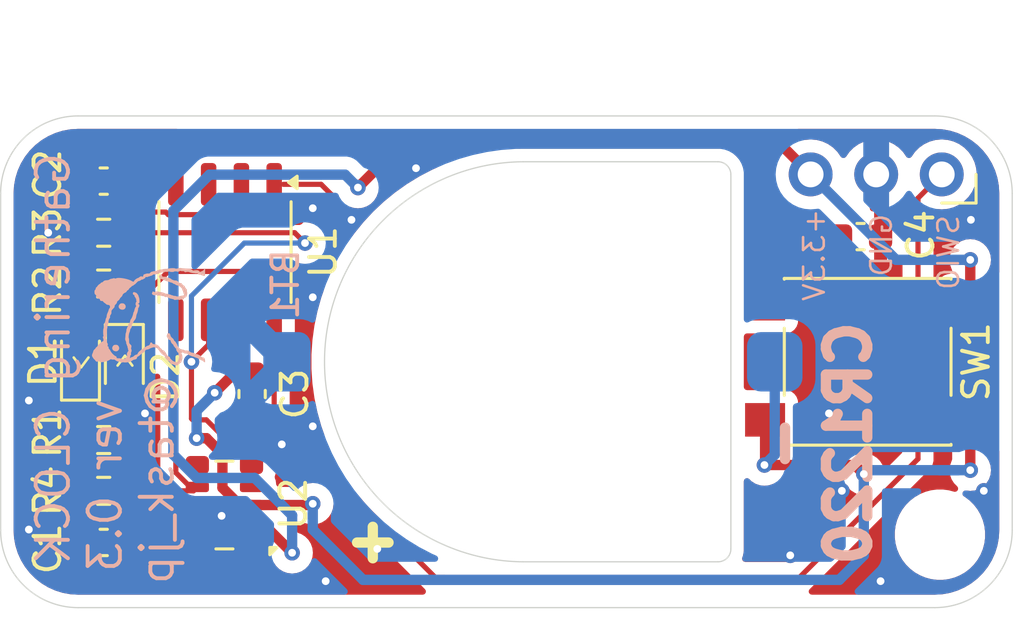
<source format=kicad_pcb>
(kicad_pcb (version 20240108) (generator "pcbnew") (generator_version "8.0")
  (layers (0 "F.Cu" signal) (31 "B.Cu" signal) (36 "B.SilkS" user "B.Silkscreen") (37 "F.SilkS" user "F.Silkscreen") (38 "B.Mask" user) (39 "F.Mask" user) (44 "Edge.Cuts" user))
  (net 0 "")
  (net 1 "GND")
  (net 2 "Net-(D1-A)")
  (net 3 "Net-(D2-A)")
  (net 4 "Net-(D1-K)")
  (net 5 "Net-(D2-K)")
  (net 6 "Net-(J1-Pin_1)")
  (net 8 "Net-(U1-PC2)")
  (net 9 "Net-(U1-PC1)")
  (net 15 "+3.3V")
  (net 16 "+BATT")
  (footprint "Package_SON:EPSON_CE-USON-10_USON-10_3.2x2.5mm_P0.7mm" (layer "F.Cu") (at 24.0775 30.55 180)
    (property "Reference" "U2" (at -2.6725 0.05 90) (layer "F.SilkS"))
    (property "Value" "RX8900CE")
    (pad "1" smd roundrect (at -1.05 -1.55 180) (size 0.9 0.7) (layers "F.Cu" "F.Paste" "F.Mask"))
    (pad "2" smd roundrect (at -1.05 -0.7 180) (size 0.9 0.4) (layers "F.Cu" "F.Paste" "F.Mask") (net 15 "+3.3V"))
    (pad "3" smd roundrect (at -1.05 0 180) (size 0.9 0.4) (layers "F.Cu" "F.Paste" "F.Mask") (net 16 "+BATT"))
    (pad "4" smd roundrect (at -1.05 0.7 180) (size 0.9 0.4) (layers "F.Cu" "F.Paste" "F.Mask"))
    (pad "5" smd roundrect (at -1.05 1.55 180) (size 0.9 0.7) (layers "F.Cu" "F.Paste" "F.Mask") (net 8 "Net-(U1-PC2)"))
    (pad "6" smd roundrect (at 1.05 1.55 180) (size 0.9 0.7) (layers "F.Cu" "F.Paste" "F.Mask"))
    (pad "7" smd roundrect (at 1.05 0.7 180) (size 0.9 0.4) (layers "F.Cu" "F.Paste" "F.Mask") (net 9 "Net-(U1-PC1)"))
    (pad "8" smd roundrect (at 1.05 0 180) (size 0.9 0.4) (layers "F.Cu" "F.Paste" "F.Mask"))
    (pad "9" smd roundrect (at 1.05 -0.7 180) (size 0.9 0.4) (layers "F.Cu" "F.Paste" "F.Mask") (net 1 "GND"))
    (pad "10" smd roundrect (at 1.05 -1.55 180) (size 0.9 0.7) (layers "F.Cu" "F.Paste" "F.Mask"))
  )
  (footprint "Resistor_SMD:R_0603_1608Metric" (layer "F.Cu") (at 19.4 21.968)
    (property "Reference" "R2" (at -2.175 0.282 90) (layer "F.SilkS"))
    (property "Value" "R")
    (pad "1" smd roundrect (at -0.825 0) (size 0.8 0.95) (layers "F.Cu" "F.Paste" "F.Mask") (net 1 "GND"))
    (pad "2" smd roundrect (at 0.825 0) (size 0.8 0.95) (layers "F.Cu" "F.Paste" "F.Mask") (net 5 "Net-(D2-K)"))
  )
  (footprint "Resistor_SMD:R_0603_1608Metric" (layer "F.Cu") (at 19.4 20)
    (property "Reference" "R3" (at -2.175 0 90) (layer "F.SilkS"))
    (property "Value" "R")
    (pad "1" smd roundrect (at -0.825 0) (size 0.8 0.95) (layers "F.Cu" "F.Paste" "F.Mask") (net 15 "+3.3V"))
    (pad "2" smd roundrect (at 0.825 0) (size 0.8 0.95) (layers "F.Cu" "F.Paste" "F.Mask") (net 8 "Net-(U1-PC2)"))
  )
  (footprint "Connector_PinSocket_2.54mm:PinSocket_1x03_P2.54mm_Horizontal" (layer "F.Cu") (at 51.87 17.74 -90)
    (property "Reference" "J1" (hide yes))
    (property "Value" "Conn_01x03" (hide yes))
    (pad "1" thru_hole oval (at 0 0 270) (size 1.7 1.7) (drill 1) (layers "*.Cu" "*.Mask") (net 6 "Net-(J1-Pin_1)"))
    (pad "2" thru_hole oval (at 0 2.54 270) (size 1.7 1.7) (drill 1) (layers "*.Cu" "*.Mask") (net 1 "GND"))
    (pad "3" thru_hole oval (at 0 5.08 270) (size 1.7 1.7) (drill 1) (layers "*.Cu" "*.Mask") (net 15 "+3.3V"))
  )
  (footprint "LED_SMD:LED_0603_1608Metric" (layer "F.Cu") (at 20.2 25.04 -90)
    (property "Reference" "D2" (at 0.56 -1.6 90) (layer "F.SilkS"))
    (property "Value" "LED(R)")
    (pad "1" smd roundrect (at -0.7875 0 270) (size 0.875 0.95) (layers "F.Cu" "F.Paste" "F.Mask") (net 5 "Net-(D2-K)"))
    (pad "2" smd roundrect (at 0.7875 0 270) (size 0.875 0.95) (layers "F.Cu" "F.Paste" "F.Mask") (net 3 "Net-(D2-A)"))
  )
  (footprint "Button_Switch_SMD:SW_Push_1P1T_NO_6x6mm_H9.5mm" (layer "F.Cu") (at 49 25)
    (property "Reference" "SW1" (at 4.2 0 90) (layer "F.SilkS"))
    (property "Value" "SW_Push")
    (pad "1" smd rect (at -3.975 -2.25) (size 1.55 1.3) (layers "F.Cu" "F.Paste" "F.Mask") (net 15 "+3.3V"))
    (pad "1" smd rect (at 3.975 -2.25) (size 1.55 1.3) (layers "F.Cu" "F.Paste" "F.Mask") (net 15 "+3.3V"))
    (pad "2" smd rect (at -3.975 2.25) (size 1.55 1.3) (layers "F.Cu" "F.Paste" "F.Mask") (net 16 "+BATT"))
    (pad "2" smd rect (at 3.975 2.25) (size 1.55 1.3) (layers "F.Cu" "F.Paste" "F.Mask") (net 16 "+BATT"))
  )
  (footprint "Capacitor_SMD:C_0603_1608Metric" (layer "F.Cu") (at 19.4 32 180)
    (property "Reference" "C1" (at 2.175 -0.25 -90) (layer "F.SilkS"))
    (property "Value" "C")
    (pad "1" smd roundrect (at -0.775 0 180) (size 0.9 0.95) (layers "F.Cu" "F.Paste" "F.Mask") (net 1 "GND"))
    (pad "2" smd roundrect (at 0.775 0 180) (size 0.9 0.95) (layers "F.Cu" "F.Paste" "F.Mask") (net 15 "+3.3V"))
  )
  (footprint "Resistor_SMD:R_0603_1608Metric" (layer "F.Cu") (at 19.4 30)
    (property "Reference" "R4" (at -2.175 0 90) (layer "F.SilkS"))
    (property "Value" "R")
    (pad "1" smd roundrect (at -0.825 0) (size 0.8 0.95) (layers "F.Cu" "F.Paste" "F.Mask") (net 15 "+3.3V"))
    (pad "2" smd roundrect (at 0.825 0) (size 0.8 0.95) (layers "F.Cu" "F.Paste" "F.Mask") (net 9 "Net-(U1-PC1)"))
  )
  (footprint "LED_SMD:LED_0603_1608Metric" (layer "F.Cu") (at 18.5 25 90)
    (property "Reference" "D1" (at 0 -1.452 90) (layer "F.SilkS"))
    (property "Value" "LED(G)")
    (pad "1" smd roundrect (at -0.7875 0 90) (size 0.875 0.95) (layers "F.Cu" "F.Paste" "F.Mask") (net 4 "Net-(D1-K)"))
    (pad "2" smd roundrect (at 0.7875 0 90) (size 0.875 0.95) (layers "F.Cu" "F.Paste" "F.Mask") (net 2 "Net-(D1-A)"))
  )
  (footprint "Resistor_SMD:R_0603_1608Metric" (layer "F.Cu") (at 19.4 28.032 180)
    (property "Reference" "R1" (at 2.175 0.282 -90) (layer "F.SilkS"))
    (property "Value" "R")
    (pad "1" smd roundrect (at -0.825 0 180) (size 0.8 0.95) (layers "F.Cu" "F.Paste" "F.Mask") (net 1 "GND"))
    (pad "2" smd roundrect (at 0.825 0 180) (size 0.8 0.95) (layers "F.Cu" "F.Paste" "F.Mask") (net 4 "Net-(D1-K)"))
  )
  (footprint "Capacitor_SMD:C_0603_1608Metric" (layer "F.Cu") (at 48.725 20.15)
    (property "Reference" "C4" (at 2.329 -0.05 90) (layer "F.SilkS"))
    (property "Value" "C")
    (pad "1" smd roundrect (at -0.775 0) (size 0.9 0.95) (layers "F.Cu" "F.Paste" "F.Mask") (net 15 "+3.3V"))
    (pad "2" smd roundrect (at 0.775 0) (size 0.9 0.95) (layers "F.Cu" "F.Paste" "F.Mask") (net 1 "GND"))
  )
  (footprint "Capacitor_SMD:C_0603_1608Metric" (layer "F.Cu") (at 25.15 26.25 90)
    (property "Reference" "C3" (at 0 1.65 -90) (layer "F.SilkS"))
    (property "Value" "C")
    (pad "1" smd roundrect (at -0.775 0 90) (size 0.9 0.95) (layers "F.Cu" "F.Paste" "F.Mask") (net 1 "GND"))
    (pad "2" smd roundrect (at 0.775 0 90) (size 0.9 0.95) (layers "F.Cu" "F.Paste" "F.Mask") (net 16 "+BATT"))
  )
  (footprint "Package_SO:SOP-8_3.9x4.9mm_P1.27mm" (layer "F.Cu") (at 24.1 20.75 -90)
    (property "Reference" "U1" (at 0 -3.8 90) (layer "F.SilkS"))
    (property "Value" "CH32V003JxMx")
    (pad "1" smd roundrect (at -2.625 -1.905 270) (size 1.65 0.6) (layers "F.Cu" "F.Paste" "F.Mask") (net 3 "Net-(D2-A)"))
    (pad "2" smd roundrect (at -2.625 -0.635 270) (size 1.65 0.6) (layers "F.Cu" "F.Paste" "F.Mask") (net 1 "GND"))
    (pad "3" smd roundrect (at -2.625 0.635 270) (size 1.65 0.6) (layers "F.Cu" "F.Paste" "F.Mask") (net 2 "Net-(D1-A)"))
    (pad "4" smd roundrect (at -2.625 1.905 270) (size 1.65 0.6) (layers "F.Cu" "F.Paste" "F.Mask") (net 15 "+3.3V"))
    (pad "5" smd roundrect (at 2.625 1.905 270) (size 1.65 0.6) (layers "F.Cu" "F.Paste" "F.Mask") (net 9 "Net-(U1-PC1)"))
    (pad "6" smd roundrect (at 2.625 0.635 270) (size 1.65 0.6) (layers "F.Cu" "F.Paste" "F.Mask") (net 8 "Net-(U1-PC2)"))
    (pad "7" smd roundrect (at 2.625 -0.635 270) (size 1.65 0.6) (layers "F.Cu" "F.Paste" "F.Mask"))
    (pad "8" smd roundrect (at 2.625 -1.905 270) (size 1.65 0.6) (layers "F.Cu" "F.Paste" "F.Mask") (net 6 "Net-(J1-Pin_1)"))
  )
  (footprint "Capacitor_SMD:C_0603_1608Metric" (layer "F.Cu") (at 19.4 18)
    (property "Reference" "C2" (at -2.175 -0.25 90) (layer "F.SilkS"))
    (property "Value" "C")
    (pad "1" smd roundrect (at -0.775 0) (size 0.9 0.95) (layers "F.Cu" "F.Paste" "F.Mask") (net 1 "GND"))
    (pad "2" smd roundrect (at 0.775 0) (size 0.9 0.95) (layers "F.Cu" "F.Paste" "F.Mask") (net 15 "+3.3V"))
  )
  (footprint "ch32v003j4m6-rx8900:CH291-1220LF" (layer "B.Cu") (at 35.95 25 90)
    (property "Reference" "BT1" (at 3 -9.51 90) (layer "B.SilkS") (effects (justify mirror)))
    (property "Value" "Battery_Cell")
    (pad "1" smd roundrect (at 0 9.45 90) (size 2.3 2.15) (layers "B.Cu" "B.Paste" "B.Mask") (net 16 "+BATT"))
    (pad "2" smd roundrect (at 0 -9.45 90) (size 2.3 1.83) (layers "B.Cu" "B.Paste" "B.Mask") (net 1 "GND"))
  )
  (footprint "MountingHole:MountingHole_3mm" (layer "B.Cu") (at 51.8 31.7 180)
    (property "Reference" "H1" (hide yes))
    (property "Value" "MountingHole")
    (pad "" np_thru_hole circle (at 0 0 180) (size 3 3) (drill 3) (layers "*.Cu" "*.Mask"))
  )
  (footprint "ch32v003j4m6-rx8900:task_jp" (layer "B.Cu") (at 20.828 23.622 -90)
    (property "Reference" "G***" (hide yes))
    (property "Value" "LOGO" (hide yes))
  )
  (gr_arc (start 35.65 32.75) (mid 27.949839 25) (end 35.65 17.25) (stroke (width 0.05)) (layer "Edge.Cuts"))
  (gr_line (start 54.6 18.475) (end 54.6 31.525) (stroke (width 0.05)) (layer "Edge.Cuts"))
  (gr_line (start 51.6 34.525) (end 18.407 34.525) (stroke (width 0.05)) (layer "Edge.Cuts"))
  (gr_arc (start 51.6 15.475) (mid 53.72132 16.35368) (end 54.6 18.475) (stroke (width 0.05)) (layer "Edge.Cuts"))
  (gr_line (start 43.7 17.75) (end 43.7 32.25) (stroke (width 0.05)) (layer "Edge.Cuts"))
  (gr_arc (start 18.407 34.525) (mid 16.28568 33.64632) (end 15.407 31.525) (stroke (width 0.05)) (layer "Edge.Cuts"))
  (gr_line (start 15.407 31.525) (end 15.407 18.475) (stroke (width 0.05)) (layer "Edge.Cuts"))
  (gr_line (start 18.407 15.475) (end 51.6 15.475) (stroke (width 0.05)) (layer "Edge.Cuts"))
  (gr_arc (start 15.407 18.475) (mid 16.28568 16.35368) (end 18.407 15.475) (stroke (width 0.05)) (layer "Edge.Cuts"))
  (gr_arc (start 54.6 31.525) (mid 53.72132 33.64632) (end 51.6 34.525) (stroke (width 0.05)) (layer "Edge.Cuts"))
  (gr_line (start 35.65 17.25) (end 43.2 17.25) (stroke (width 0.05)) (layer "Edge.Cuts"))
  (gr_line (start 43.2 32.75) (end 35.65 32.75) (stroke (width 0.05)) (layer "Edge.Cuts"))
  (gr_arc (start 43.7 32.25) (mid 43.553553 32.603553) (end 43.2 32.75) (stroke (width 0.05)) (layer "Edge.Cuts"))
  (gr_arc (start 43.2 17.25) (mid 43.553553 17.396447) (end 43.7 17.75) (stroke (width 0.05)) (layer "Edge.Cuts"))
  (gr_text "Gathering CLOCK\n          ver 0.3\n         @task_jp" (at 22.2 16.8 90) (layer "B.SilkS") (effects (font (size 1.25 1.25)) (justify left bottom mirror)))
  (gr_text "SWIO" (at 52.6 19.25 90) (layer "B.SilkS") (effects (font (size 0.8 0.8) (thickness 0.1)) (justify left bottom mirror)))
  (gr_text "GND" (at 50 19.2 90) (layer "B.SilkS") (effects (font (size 0.8 0.8) (thickness 0.1)) (justify left bottom mirror)))
  (gr_text "   -\nCR1220\n" (at 49.2 23.25 90) (layer "B.SilkS") (effects (font (size 1.6 1.6) (thickness 0.4) (bold yes)) (justify left bottom mirror)))
  (gr_text "+3.3V" (at 47.4 19 90) (layer "B.SilkS") (effects (font (size 0.8 0.8) (thickness 0.1)) (justify left bottom mirror)))
  (gr_text "<" (at 20.3 24.580952 -90) (layer "F.SilkS") (effects (font (size 1 0.5) (thickness 0.1)) (justify left)))
  (gr_text "+" (at 29 30.75 270) (layer "F.SilkS") (effects (font (size 1.6 1.6) (thickness 0.4) (bold yes)) (justify left bottom)))
  (gr_text "<" (at 18.448 25.4 90) (layer "F.SilkS") (effects (font (size 1 0.5) (thickness 0.1)) (justify left)))
  (segment (start 18.625 21.7) (end 18.575 21.75) (width 0.4) (layer "F.Cu") (net 1))
  (segment (start 26.3 28.2) (end 26.3 28.175) (width 0.4) (layer "F.Cu") (net 1))
  (segment (start 26.3 28.175) (end 25.15 27.025) (width 0.4) (layer "F.Cu") (net 1))
  (segment (start 20.175 32) (end 19.425 31.25) (width 0.4) (layer "F.Cu") (net 1))
  (segment (start 17.25 19.25) (end 17.25 20) (width 0.4) (layer "F.Cu") (net 1))
  (segment (start 18.625 18) (end 18.5 18) (width 0.4) (layer "F.Cu") (net 1))
  (segment (start 24.735 18.125) (end 24.735 18.589999) (width 0.4) (layer "F.Cu") (net 1))
  (segment (start 24.735 18.589999) (end 25.645001 19.5) (width 0.4) (layer "F.Cu") (net 1))
  (segment (start 49.5 17.91) (end 49.33 17.74) (width 0.4) (layer "F.Cu") (net 1))
  (segment (start 49.5 20.15) (end 49.5 17.91) (width 0.4) (layer "F.Cu") (net 1))
  (segment (start 23.75 31.25) (end 24 31) (width 0.4) (layer "F.Cu") (net 1))
  (segment (start 26.95 19.5) (end 27.4 19.05) (width 0.4) (layer "F.Cu") (net 1))
  (segment (start 23.0275 31.25) (end 23.75 31.25) (width 0.4) (layer "F.Cu") (net 1))
  (segment (start 18.625 21.95) (end 18.575 22) (width 0.4) (layer "F.Cu") (net 1))
  (segment (start 23.0275 31.25) (end 20.925 31.25) (width 0.4) (layer "F.Cu") (net 1))
  (segment (start 20.225 27.775) (end 21 27) (width 0.4) (layer "F.Cu") (net 1))
  (segment (start 17.25 20) (end 17.25 20.643) (width 0.4) (layer "F.Cu") (net 1))
  (segment (start 20.225 28.032) (end 20.225 27.775) (width 0.4) (layer "F.Cu") (net 1))
  (segment (start 25.645001 19.5) (end 26.95 19.5) (width 0.4) (layer "F.Cu") (net 1))
  (segment (start 17.25 20.643) (end 18.575 21.968) (width 0.4) (layer "F.Cu") (net 1))
  (segment (start 20.175 32) (end 20.175 31.915) (width 0.4) (layer "F.Cu") (net 1))
  (segment (start 24 31) (end 23.968775 30.968775) (width 0.4) (layer "F.Cu") (net 1))
  (segment (start 18.5 18) (end 17.25 19.25) (width 0.4) (layer "F.Cu") (net 1))
  (segment (start 27.4 19.05) (end 27.5 19.05) (width 0.4) (layer "F.Cu") (net 1))
  (segment (start 20.925 31.25) (end 20.175 32) (width 0.4) (layer "F.Cu") (net 1))
  (segment (start 19.425 28.832) (end 20.225 28.032) (width 0.4) (layer "F.Cu") (net 1))
  (segment (start 19.425 31.25) (end 19.425 28.832) (width 0.4) (layer "F.Cu") (net 1))
  (via (at 21 27) (size 0.6) (drill 0.3) (layers "F.Cu" "B.Cu") (net 1))
  (via (at 49.5 33.5) (size 0.6) (drill 0.3) (layers "F.Cu" "B.Cu") (net 1))
  (via (at 46 32.5) (size 0.6) (drill 0.3) (layers "F.Cu" "B.Cu") (net 1))
  (via (at 53 19.5) (size 0.6) (drill 0.3) (layers "F.Cu" "B.Cu") (net 1))
  (via (at 27.5 27.5) (size 0.6) (drill 0.3) (layers "F.Cu" "B.Cu") (net 1))
  (via (at 53.5 30) (size 0.6) (drill 0.3) (layers "F.Cu" "B.Cu") (net 1))
  (via (at 27.5 22.5) (size 0.6) (drill 0.3) (layers "F.Cu" "B.Cu") (net 1))
  (via (at 48 30) (size 0.6) (drill 0.3) (layers "F.Cu" "B.Cu") (net 1))
  (via (at 30 32.25) (size 0.6) (drill 0.3) (layers "F.Cu" "B.Cu") (net 1))
  (via (at 31.5 17.5) (size 0.6) (drill 0.3) (layers "F.Cu" "B.Cu") (net 1))
  (via (at 26.3 28.2) (size 0.6) (drill 0.3) (layers "F.Cu" "B.Cu") (net 1))
  (via (at 17.25 20) (size 0.6) (drill 0.3) (layers "F.Cu" "B.Cu") (net 1))
  (via (at 47.5 27) (size 0.6) (drill 0.3) (layers "F.Cu" "B.Cu") (net 1))
  (via (at 16.5 26.5) (size 0.6) (drill 0.3) (layers "F.Cu" "B.Cu") (net 1))
  (via (at 27.5 19.05) (size 0.6) (drill 0.3) (layers "F.Cu" "B.Cu") (net 1))
  (via (at 23.968775 30.968775) (size 0.6) (drill 0.3) (layers "F.Cu" "B.Cu") (net 1))
  (via (at 16.5 31.5) (size 0.6) (drill 0.3) (layers "F.Cu" "B.Cu") (net 1))
  (via (at 28 33.5) (size 0.6) (drill 0.3) (layers "F.Cu" "B.Cu") (net 1))
  (via (at 29 19.5) (size 0.6) (drill 0.3) (layers "F.Cu" "B.Cu") (net 1))
  (segment (start 19.3 22.430648) (end 18.5 23.230648) (width 0.2) (layer "F.Cu") (net 2))
  (segment (start 19.3 22.430648) (end 19.3 19.737352) (width 0.2) (layer "F.Cu") (net 2))
  (segment (start 19.837352 19.2) (end 21.804448 19.2) (width 0.2) (layer "F.Cu") (net 2))
  (segment (start 23.165 19.3) (end 23.465 19) (width 0.2) (layer "F.Cu") (net 2))
  (segment (start 19.3 19.737352) (end 19.837352 19.2) (width 0.2) (layer "F.Cu") (net 2))
  (segment (start 21.804448 19.2) (end 21.904448 19.3) (width 0.2) (layer "F.Cu") (net 2))
  (segment (start 21.904448 19.3) (end 23.165 19.3) (width 0.2) (layer "F.Cu") (net 2))
  (segment (start 18.5 23.230648) (end 18.5 24.2125) (width 0.2) (layer "F.Cu") (net 2))
  (segment (start 23.465 19) (end 23.465 18.125) (width 0.2) (layer "F.Cu") (net 2))
  (segment (start 26.365 18.125) (end 27.823529 18.125) (width 0.2) (layer "F.Cu") (net 3))
  (segment (start 21.9 21.5) (end 21 22.4) (width 0.2) (layer "F.Cu") (net 3))
  (segment (start 21 22.4) (end 21 25.0275) (width 0.2) (layer "F.Cu") (net 3))
  (segment (start 28.218939 21.273055) (end 27.991994 21.5) (width 0.2) (layer "F.Cu") (net 3))
  (segment (start 27.991994 21.5) (end 21.9 21.5) (width 0.2) (layer "F.Cu") (net 3))
  (segment (start 20.245 25.8075) (end 20.1875 25.75) (width 0.2) (layer "F.Cu") (net 3))
  (segment (start 27.823529 18.125) (end 28.218939 18.52041) (width 0.2) (layer "F.Cu") (net 3))
  (segment (start 28.218939 18.52041) (end 28.218939 21.273055) (width 0.2) (layer "F.Cu") (net 3))
  (segment (start 21 25.0275) (end 20.2 25.8275) (width 0.2) (layer "F.Cu") (net 3))
  (segment (start 18.575 28.032) (end 18.575 25.8625) (width 0.2) (layer "F.Cu") (net 4))
  (segment (start 18.575 25.8625) (end 18.5 25.7875) (width 0.2) (layer "F.Cu") (net 4))
  (segment (start 20.2 24.2525) (end 20.2 21.993) (width 0.2) (layer "F.Cu") (net 5))
  (segment (start 20.225 23.9625) (end 20.1875 24) (width 0.2) (layer "F.Cu") (net 5))
  (segment (start 20.2 21.993) (end 20.225 21.968) (width 0.2) (layer "F.Cu") (net 5))
  (segment (start 50.95 18.66) (end 50.95 28.762744) (width 0.2) (layer "F.Cu") (net 6))
  (segment (start 29.177514 30.226239) (end 29.565313 30.676444) (width 0.2) (layer "F.Cu") (net 6))
  (segment (start 50.95 28.762744) (end 46.353988 33.358756) (width 0.2) (layer "F.Cu") (net 6))
  (segment (start 29.565313 30.676444) (end 32.247625 33.358756) (width 0.2) (layer "F.Cu") (net 6))
  (segment (start 46.353988 33.358756) (end 32.6 33.358756) (width 0.2) (layer "F.Cu") (net 6))
  (segment (start 26.005 27.053725) (end 29.177514 30.226239) (width 0.2) (layer "F.Cu") (net 6))
  (segment (start 32.6 33.358756) (end 32.244914 33.358756) (width 0.2) (layer "F.Cu") (net 6))
  (segment (start 26.005 23.375) (end 26.005 27.053725) (width 0.2) (layer "F.Cu") (net 6))
  (segment (start 51.87 17.74) (end 50.95 18.66) (width 0.2) (layer "F.Cu") (net 6))
  (segment (start 32.247625 33.358756) (end 32.6 33.358756) (width 0.2) (layer "F.Cu") (net 6))
  (segment (start 26.8 20) (end 27.2 20.4) (width 0.2) (layer "F.Cu") (net 8))
  (segment (start 23.377501 27.25) (end 22.85 27.25) (width 0.2) (layer "F.Cu") (net 8))
  (segment (start 23.465 23.375) (end 23.465 24.335) (width 0.2) (layer "F.Cu") (net 8))
  (segment (start 25.1275 29) (end 23.377501 27.25) (width 0.2) (layer "F.Cu") (net 8))
  (segment (start 20.225 20) (end 26.8 20) (width 0.2) (layer "F.Cu") (net 8))
  (segment (start 23.465 24.335) (end 22.8 25) (width 0.2) (layer "F.Cu") (net 8))
  (segment (start 22.85 27.25) (end 22.8 27.2) (width 0.2) (layer "F.Cu") (net 8))
  (segment (start 22.8 27.2) (end 22.8 25) (width 0.2) (layer "F.Cu") (net 8))
  (via (at 22.8 25) (size 0.6) (drill 0.3) (layers "F.Cu" "B.Cu") (net 8))
  (via (at 27.2 20.4) (size 0.6) (drill 0.3) (layers "F.Cu" "B.Cu") (net 8))
  (segment (start 27.2 20.6) (end 27.2 20.4) (width 0.2) (layer "B.Cu") (net 8))
  (segment (start 22.8 25) (end 22.8 22.45) (width 0.2) (layer "B.Cu") (net 8))
  (segment (start 24.85 20.4) (end 27.2 20.4) (width 0.2) (layer "B.Cu") (net 8))
  (segment (start 22.8 22.45) (end 24.85 20.4) (width 0.2) (layer "B.Cu") (net 8))
  (segment (start 22.750898 29.85) (end 22.195 29.294102) (width 0.2) (layer "F.Cu") (net 9))
  (segment (start 22.195 26.75) (end 22.195 27.195) (width 0.2) (layer "F.Cu") (net 9))
  (segment (start 22.195 29.294102) (end 22.195 28.75) (width 0.2) (layer "F.Cu") (net 9))
  (segment (start 23.0275 29.85) (end 22.750898 29.85) (width 0.2) (layer "F.Cu") (net 9))
  (segment (start 22.8775 30) (end 23.0275 29.85) (width 0.2) (layer "F.Cu") (net 9))
  (segment (start 22.195 28.75) (end 22.195 23.375) (width 0.2) (layer "F.Cu") (net 9))
  (segment (start 20.225 30) (end 22.8775 30) (width 0.2) (layer "F.Cu") (net 9))
  (segment (start 22.195 23.375) (end 22.195 26.75) (width 0.2) (layer "F.Cu") (net 9))
  (segment (start 30.959376 16.540624) (end 31.5 16.540624) (width 0.4) (layer "F.Cu") (net 15))
  (segment (start 25.55 31.25) (end 26.7 32.4) (width 0.4) (layer "F.Cu") (net 15))
  (segment (start 18.575 20) (end 18.575 19.6) (width 0.4) (layer "F.Cu") (net 15))
  (segment (start 25.1275 31.25) (end 24.677501 31.25) (width 0.4) (layer "F.Cu") (net 15))
  (segment (start 24 16.540624) (end 30.2 16.540624) (width 0.4) (layer "F.Cu") (net 15))
  (segment (start 30.2 16.540624) (end 31.5 16.540624) (width 0.4) (layer "F.Cu") (net 15))
  (segment (start 18.625 30.05) (end 18.575 30) (width 0.4) (layer "F.Cu") (net 15))
  (segment (start 52.975 22.75) (end 52.975 21.05) (width 0.4) (layer "F.Cu") (net 15))
  (segment (start 18.625 32) (end 18.625 30.05) (width 0.4) (layer "F.Cu") (net 15))
  (segment (start 22.07 18) (end 22.195 18.125) (width 0.4) (layer "F.Cu") (net 15))
  (segment (start 20.175 18) (end 22.07 18) (width 0.4) (layer "F.Cu") (net 15))
  (segment (start 29.25 18.25) (end 30.959376 16.540624) (width 0.4) (layer "F.Cu") (net 15))
  (segment (start 24.677501 31.25) (end 24.15 31.777501) (width 0.4) (layer "F.Cu") (net 15))
  (segment (start 24.15 32.245522) (end 23.520522 32.875) (width 0.4) (layer "F.Cu") (net 15))
  (segment (start 18.575 19.6) (end 20.175 18) (width 0.4) (layer "F.Cu") (net 15))
  (segment (start 43.691726 16.540624) (end 45.590624 16.540624) (width 0.4) (layer "F.Cu") (net 15))
  (segment (start 31.5 16.540624) (end 43.691726 16.540624) (width 0.4) (layer "F.Cu") (net 15))
  (segment (start 22.195 17.300001) (end 22.954377 16.540624) (width 0.4) (layer "F.Cu") (net 15))
  (segment (start 45.225 22.75) (end 45.225 18.073898) (width 0.4) (layer "F.Cu") (net 15))
  (segment (start 47.825 20.15) (end 45.225 22.75) (width 0.4) (layer "F.Cu") (net 15))
  (segment (start 45.225 18.073898) (end 43.691726 16.540624) (width 0.4) (layer "F.Cu") (net 15))
  (segment (start 22.195 18.125) (end 22.195 17.300001) (width 0.4) (layer "F.Cu") (net 15))
  (segment (start 19.5 32.875) (end 18.625 32) (width 0.4) (layer "F.Cu") (net 15))
  (segment (start 23.520522 32.875) (end 19.5 32.875) (width 0.4) (layer "F.Cu") (net 15))
  (segment (start 22.195 18.125) (end 22.05 18.125) (width 0.4) (layer "F.Cu") (net 15))
  (segment (start 25.1275 31.25) (end 25.55 31.25) (width 0.4) (layer "F.Cu") (net 15))
  (segment (start 45.590624 16.540624) (end 46.79 17.74) (width 0.4) (layer "F.Cu") (net 15))
  (segment (start 47.95 20.15) (end 47.825 20.15) (width 0.4) (layer "F.Cu") (net 15))
  (segment (start 22.954377 16.540624) (end 24 16.540624) (width 0.4) (layer "F.Cu") (net 15))
  (segment (start 24.15 31.777501) (end 24.15 32.245522) (width 0.4) (layer "F.Cu") (net 15))
  (via (at 26.7 32.4) (size 0.6) (drill 0.3) (layers "F.Cu" "B.Cu") (net 15))
  (via (at 52.975 21.05) (size 0.6) (drill 0.3) (layers "F.Cu" "B.Cu") (net 15))
  (via (at 29.25 18.25) (size 0.6) (drill 0.3) (layers "F.Cu" "B.Cu") (net 15))
  (segment (start 50.1 21.05) (end 52.975 21.05) (width 0.4) (layer "B.Cu") (net 15))
  (segment (start 25.25 29.5) (end 23 29.5) (width 0.4) (layer "B.Cu") (net 15))
  (segment (start 26.7 30.95) (end 25.25 29.5) (width 0.4) (layer "B.Cu") (net 15))
  (segment (start 46.79 17.74) (end 50.1 21.05) (width 0.4) (layer "B.Cu") (net 15))
  (segment (start 28.75 17.75) (end 23.5 17.75) (width 0.4) (layer "B.Cu") (net 15))
  (segment (start 26.7 32.4) (end 26.7 30.95) (width 0.4) (layer "B.Cu") (net 15))
  (segment (start 23 29.5) (end 22.1 28.6) (width 0.4) (layer "B.Cu") (net 15))
  (segment (start 23.5 17.75) (end 22.1 19.15) (width 0.4) (layer "B.Cu") (net 15))
  (segment (start 28.75 17.75) (end 29.25 18.25) (width 0.4) (layer "B.Cu") (net 15))
  (segment (start 22.1 19.15) (end 22.1 28.6) (width 0.4) (layer "B.Cu") (net 15))
  (segment (start 45.025 27.25) (end 45.025 28.975) (width 0.4) (layer "F.Cu") (net 16))
  (segment (start 24.425 25.475) (end 23.7 26.2) (width 0.4) (layer "F.Cu") (net 16))
  (segment (start 45.025 28.975) (end 45 29) (width 0.4) (layer "F.Cu") (net 16))
  (segment (start 52.5 27.725) (end 52.975 27.25) (width 0.4) (layer "F.Cu") (net 16))
  (segment (start 23.380909 27.960515) (end 23 27.960515) (width 0.4) (layer "F.Cu") (net 16))
  (segment (start 24 28.579606) (end 23.380909 27.960515) (width 0.4) (layer "F.Cu") (net 16))
  (segment (start 24.667622 30.55) (end 24 29.882378) (width 0.4) (layer "F.Cu") (net 16))
  (segment (start 25.15 25.475) (end 24.425 25.475) (width 0.4) (layer "F.Cu") (net 16))
  (segment (start 25.1275 30.55) (end 24.667622 30.55) (width 0.4) (layer "F.Cu") (net 16))
  (segment (start 27.45 30.55) (end 27.5 30.5) (width 0.4) (layer "F.Cu") (net 16))
  (segment (start 52.975 27.25) (end 52.975 29.2) (width 0.4) (layer "F.Cu") (net 16))
  (segment (start 45 29) (end 48.5 29) (width 0.4) (layer "F.Cu") (net 16))
  (segment (start 24 29.882378) (end 24 28.579606) (width 0.4) (layer "F.Cu") (net 16))
  (segment (start 48.5 29) (end 48.85 29.35) (width 0.4) (layer "F.Cu") (net 16))
  (segment (start 25.1275 30.55) (end 27.45 30.55) (width 0.4) (layer "F.Cu") (net 16))
  (via (at 23.7 26.2) (size 0.6) (drill 0.3) (layers "F.Cu" "B.Cu") (net 16))
  (via (at 45 29) (size 0.6) (drill 0.3) (layers "F.Cu" "B.Cu") (net 16))
  (via (at 48.85 29.35) (size 0.6) (drill 0.3) (layers "F.Cu" "B.Cu") (net 16))
  (via (at 27.5 30.5) (size 0.6) (drill 0.3) (layers "F.Cu" "B.Cu") (net 16))
  (via (at 52.975 29.2) (size 0.6) (drill 0.3) (layers "F.Cu" "B.Cu") (net 16))
  (via (at 23 27.960515) (size 0.6) (drill 0.3) (layers "F.Cu" "B.Cu") (net 16))
  (segment (start 51.8 29.2) (end 52.975 29.2) (width 0.4) (layer "B.Cu") (net 16))
  (segment (start 49 29.2) (end 48.85 29.35) (width 0.4) (layer "B.Cu") (net 16))
  (segment (start 51.8 29.2) (end 49 29.2) (width 0.4) (layer "B.Cu") (net 16))
  (segment (start 52.5 29.2) (end 51.8 29.2) (width 0.4) (layer "B.Cu") (net 16))
  (segment (start 23 26.9) (end 23.7 26.2) (width 0.4) (layer "B.Cu") (net 16))
  (segment (start 27.5 30.5) (end 27.5 31.5) (width 0.4) (layer "B.Cu") (net 16))
  (segment (start 27.5 31.5) (end 29.45 33.45) (width 0.4) (layer "B.Cu") (net 16))
  (segment (start 29.45 33.45) (end 47.9 33.45) (width 0.4) (layer "B.Cu") (net 16))
  (segment (start 47.9 33.45) (end 48.85 32.5) (width 0.4) (layer "B.Cu") (net 16))
  (segment (start 23 27.960515) (end 23 26.9) (width 0.4) (layer "B.Cu") (net 16))
  (segment (start 48.85 32.5) (end 48.85 29.35) (width 0.4) (layer "B.Cu") (net 16))
  (segment (start 45.4 28.6) (end 45 29) (width 0.4) (layer "B.Cu") (net 16))
  (segment (start 45.4 25) (end 45.4 28.6) (width 0.4) (layer "B.Cu") (net 16))
  (zone (net 1) (net_name "GND") (layer "F.Cu") (priority 1) (connect_pads (clearance 0.5)) (min_thickness 0.25) (fill yes (thermal_gap 0.5) (thermal_bridge_width 0.5))
    (polygon (pts (xy 15.5 15.5) (xy 54.5 15.5) (xy 54.5 34.5) (xy 15.5 34.5)))
  )
  (zone (net 1) (net_name "GND") (layer "B.Cu") (connect_pads (clearance 0.5)) (min_thickness 0.25) (fill yes (thermal_gap 0.5) (thermal_bridge_width 1))
    (polygon (pts (xy 15.5 34.5) (xy 15.5 15.5) (xy 54.5 15.5) (xy 54.5 34.5)))
  )
)
</source>
